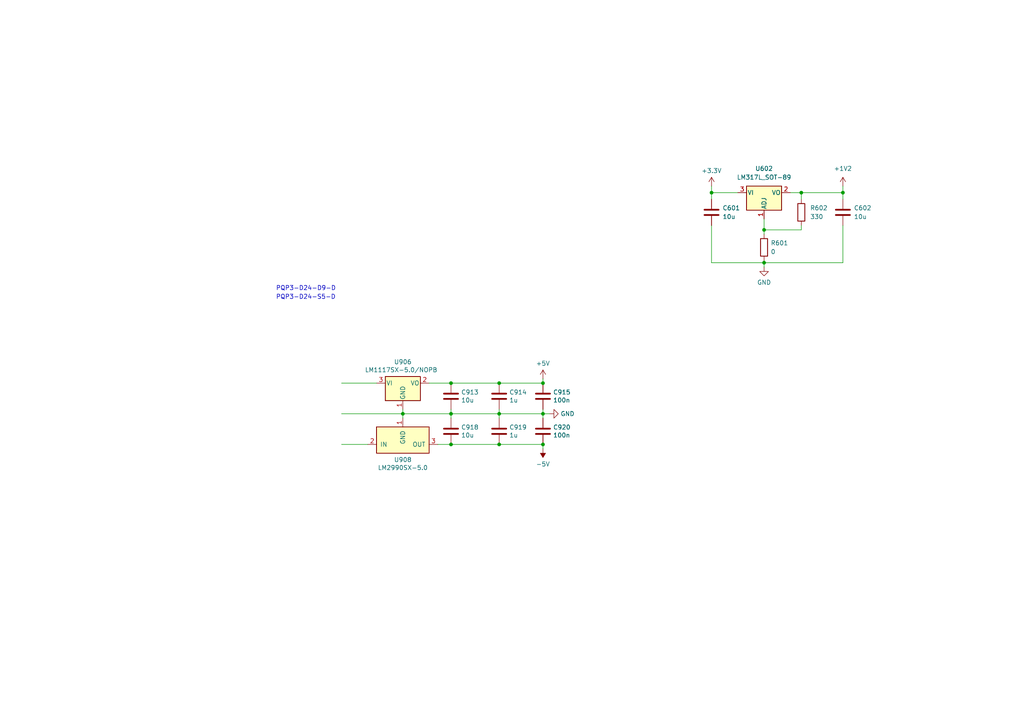
<source format=kicad_sch>
(kicad_sch (version 20230121) (generator eeschema)
  (paper "A4")
  (lib_symbols
    (symbol "Device:C" (pin_numbers hide) (pin_names (offset 0.254))
      (property "Reference" "C" (at 0.635 2.54 0))
      (property "Value" "C" (at 0.635 -2.54 0))
      (symbol "C_0_1"
        (polyline (pts (xy -2.032 -0.762) (xy 2.032 -0.762)) (stroke (width 0.508)))
        (polyline (pts (xy -2.032 0.762) (xy 2.032 0.762)) (stroke (width 0.508)))
      )
      (symbol "C_1_1"
        (pin passive line (at 0 3.81 270) (length 2.794) (name "~") (number "1"))
        (pin passive line (at 0 -3.81 90) (length 2.794) (name "~") (number "2"))
      )
    )
    (symbol "Device:R" (pin_numbers hide) (pin_names (offset 0))
      (property "Reference" "R" (at 2.032 0 90))
      (property "Value" "R" (at 0 0 90))
      (symbol "R_0_1"
        (rectangle (start -1.016 -2.54) (end 1.016 2.54) (stroke (width 0.254)))
      )
      (symbol "R_1_1"
        (pin passive line (at 0 3.81 270) (length 1.27) (name "~") (number "1"))
        (pin passive line (at 0 -3.81 90) (length 1.27) (name "~") (number "2"))
      )
    )
    (symbol "Regulator_Linear:LM2990SX-5.0" (pin_names (offset 1.016))
      (property "Reference" "U" (at -7.874 4.064 0))
      (property "Value" "LM2990SX-5.0" (at -3.048 4.064 0))
      (symbol "LM2990SX-5.0_0_1"
        (rectangle (start -7.62 2.54) (end 7.62 -5.08) (stroke (width 0.254)) (fill (type background)))
      )
      (symbol "LM2990SX-5.0_1_1"
        (pin power_in line (at 0 -7.62 90) (length 2.54) (name "GND") (number "1"))
        (pin power_in line (at -10.16 0 0) (length 2.54) (name "IN") (number "2"))
        (pin power_out line (at 10.16 0 180) (length 2.54) (name "OUT") (number "3"))
      )
    )
    (symbol "Regulator_Linear:LM317L_SOT-89" (pin_names (offset 0.254))
      (property "Reference" "U" (at -3.81 3.175 0))
      (property "Value" "LM317L_SOT-89" (at 0 3.175 0))
      (symbol "LM317L_SOT-89_0_1"
        (rectangle (start -5.08 1.905) (end 5.08 -5.08) (stroke (width 0.254)) (fill (type background)))
      )
      (symbol "LM317L_SOT-89_1_1"
        (pin input line (at 0 -7.62 90) (length 2.54) (name "ADJ") (number "1"))
        (pin power_out line (at 7.62 0 180) (length 2.54) (name "VO") (number "2"))
        (pin power_in line (at -7.62 0 0) (length 2.54) (name "VI") (number "3"))
      )
    )
    (symbol "Regulator_Linear:TLV1117-50" (pin_names (offset 0.254))
      (property "Reference" "U" (at -3.81 3.175 0))
      (property "Value" "TLV1117-50" (at 0 3.175 0))
      (symbol "TLV1117-50_0_1"
        (rectangle (start -5.08 -5.08) (end 5.08 1.905) (stroke (width 0.254)) (fill (type background)))
      )
      (symbol "TLV1117-50_1_1"
        (pin power_in line (at 0 -7.62 90) (length 2.54) (name "GND") (number "1"))
        (pin power_out line (at 7.62 0 180) (length 2.54) (name "VO") (number "2"))
        (pin power_in line (at -7.62 0 0) (length 2.54) (name "VI") (number "3"))
      )
    )
    (symbol "power:+1V2" (power) (pin_names (offset 0))
      (property "Value" "+1V2" (at 0 3.556 0))
      (symbol "+1V2_0_1"
        (polyline (pts (xy -0.762 1.27) (xy 0 2.54)))
        (polyline (pts (xy 0 0) (xy 0 2.54)))
        (polyline (pts (xy 0 2.54) (xy 0.762 1.27)))
      )
      (symbol "+1V2_1_1"
        (pin power_in line (at 0 0 90) (length 0) hide (name "+1V2") (number "1"))
      )
    )
    (symbol "power:+3.3V" (power) (pin_names (offset 0))
      (property "Value" "+3.3V" (at 0 3.556 0))
      (symbol "+3.3V_0_1"
        (polyline (pts (xy -0.762 1.27) (xy 0 2.54)))
        (polyline (pts (xy 0 0) (xy 0 2.54)))
        (polyline (pts (xy 0 2.54) (xy 0.762 1.27)))
      )
      (symbol "+3.3V_1_1"
        (pin power_in line (at 0 0 90) (length 0) hide (name "+3.3V") (number "1"))
      )
    )
    (symbol "power:+5V" (power) (pin_names (offset 0))
      (property "Value" "+5V" (at 0 3.556 0))
      (symbol "+5V_0_1"
        (polyline (pts (xy -0.762 1.27) (xy 0 2.54)))
        (polyline (pts (xy 0 0) (xy 0 2.54)))
        (polyline (pts (xy 0 2.54) (xy 0.762 1.27)))
      )
      (symbol "+5V_1_1"
        (pin power_in line (at 0 0 90) (length 0) hide (name "+5V") (number "1"))
      )
    )
    (symbol "power:-5V" (power) (pin_names (offset 0))
      (property "Value" "-5V" (at 0 3.81 0))
      (symbol "-5V_0_0"
        (pin power_in line (at 0 0 90) (length 0) hide (name "-5V") (number "1"))
      )
      (symbol "-5V_0_1"
        (polyline (pts (xy 0 0) (xy 0 1.27) (xy 0.762 1.27) (xy 0 2.54) (xy -0.762 1.27) (xy 0 1.27)) (fill (type outline)))
      )
    )
    (symbol "power:GND" (power) (pin_names (offset 0))
      (property "Value" "GND" (at 0 -3.81 0))
      (symbol "GND_0_1"
        (polyline (pts (xy 0 0) (xy 0 -1.27) (xy 1.27 -1.27) (xy 0 -2.54) (xy -1.27 -1.27) (xy 0 -1.27)))
      )
      (symbol "GND_1_1"
        (pin power_in line (at 0 0 270) (length 0) hide (name "GND") (number "1"))
      )
    )
  )
  (junction (at 157.48 120.015))
  (junction (at 130.81 111.125))
  (junction (at 144.78 128.905))
  (junction (at 130.81 128.905))
  (junction (at 244.475 55.88))
  (junction (at 232.41 55.88))
  (junction (at 116.84 120.015))
  (junction (at 206.375 55.88))
  (junction (at 144.78 120.015))
  (junction (at 157.48 128.905))
  (junction (at 221.615 76.2))
  (junction (at 157.48 111.125))
  (junction (at 144.78 111.125))
  (junction (at 221.615 66.675))
  (junction (at 130.81 120.015))
  (wire (pts (xy 130.81 120.015) (xy 130.81 121.285)))
  (wire (pts (xy 232.41 57.785) (xy 232.41 55.88)))
  (wire (pts (xy 157.48 120.015) (xy 159.385 120.015)))
  (wire (pts (xy 144.78 121.285) (xy 144.78 120.015)))
  (wire (pts (xy 157.48 109.855) (xy 157.48 111.125)))
  (wire (pts (xy 221.615 66.675) (xy 221.615 67.945)))
  (wire (pts (xy 130.81 111.125) (xy 144.78 111.125)))
  (wire (pts (xy 232.41 66.675) (xy 221.615 66.675)))
  (wire (pts (xy 116.84 118.745) (xy 116.84 120.015)))
  (wire (pts (xy 206.375 76.2) (xy 221.615 76.2)))
  (wire (pts (xy 157.48 120.015) (xy 144.78 120.015)))
  (wire (pts (xy 130.81 120.015) (xy 130.81 118.745)))
  (wire (pts (xy 232.41 55.88) (xy 229.235 55.88)))
  (wire (pts (xy 244.475 55.88) (xy 232.41 55.88)))
  (wire (pts (xy 130.81 128.905) (xy 127 128.905)))
  (wire (pts (xy 206.375 55.88) (xy 213.995 55.88)))
  (wire (pts (xy 99.06 111.125) (xy 109.22 111.125)))
  (wire (pts (xy 106.68 128.905) (xy 99.06 128.905)))
  (wire (pts (xy 244.475 53.975) (xy 244.475 55.88)))
  (wire (pts (xy 144.78 111.125) (xy 157.48 111.125)))
  (wire (pts (xy 157.48 130.175) (xy 157.48 128.905)))
  (wire (pts (xy 244.475 57.785) (xy 244.475 55.88)))
  (wire (pts (xy 206.375 57.785) (xy 206.375 55.88)))
  (wire (pts (xy 221.615 76.2) (xy 244.475 76.2)))
  (wire (pts (xy 144.78 120.015) (xy 130.81 120.015)))
  (wire (pts (xy 157.48 121.285) (xy 157.48 120.015)))
  (wire (pts (xy 130.81 128.905) (xy 144.78 128.905)))
  (wire (pts (xy 144.78 128.905) (xy 157.48 128.905)))
  (wire (pts (xy 157.48 118.745) (xy 157.48 120.015)))
  (wire (pts (xy 116.84 121.285) (xy 116.84 120.015)))
  (wire (pts (xy 244.475 76.2) (xy 244.475 65.405)))
  (wire (pts (xy 144.78 118.745) (xy 144.78 120.015)))
  (wire (pts (xy 206.375 65.405) (xy 206.375 76.2)))
  (wire (pts (xy 221.615 66.675) (xy 221.615 63.5)))
  (wire (pts (xy 116.84 120.015) (xy 130.81 120.015)))
  (wire (pts (xy 206.375 53.975) (xy 206.375 55.88)))
  (wire (pts (xy 221.615 76.2) (xy 221.615 77.47)))
  (wire (pts (xy 124.46 111.125) (xy 130.81 111.125)))
  (wire (pts (xy 99.06 120.015) (xy 116.84 120.015)))
  (wire (pts (xy 221.615 75.565) (xy 221.615 76.2)))
  (wire (pts (xy 232.41 65.405) (xy 232.41 66.675)))
  (text "PQP3-D24-D9-D" (at 80.01 84.455 0) (effects (font (size 1.27 1.27)) (justify left bottom)))
  (text "PQP3-D24-S5-D" (at 80.01 86.995 0) (effects (font (size 1.27 1.27)) (justify left bottom)))
  (symbol (lib_id "power:+5V") (at 157.48 109.855 0) (unit 1)
    (property "Reference" "#PWR0704" (effects hide))
    (property "Value" "+5V" (at 157.48 105.41 0))
  )
  (symbol (lib_id "power:+3.3V") (at 206.375 53.975 0) (unit 1)
    (property "Reference" "#PWR0606" (effects hide))
    (property "Value" "+3.3V" (at 206.375 49.53 0))
    (instances (project "ETH2CDSO1B" (path "" (reference "#PWR0606") (unit 1)) (path "" (reference "#PWR0701") (unit 1))))
  )
  (symbol (lib_id "Device:C") (at 157.48 125.095 0) (unit 1)
    (property "Reference" "C920" (at 160.401 123.9266 0) (effects (justify left)))
    (property "Value" "100n" (at 160.401 126.238 0) (effects (justify left)))
    (property "Footprint" "Capacitor_SMD:C_1206_3216Metric_Pad1.33x1.80mm_HandSolder" (effects hide))
    (instances (project "ETH1CLCR2" (path "" (reference "C920") (unit 1))) (project "ETH2CDSO1B" (path "" (reference "C?") (unit 1))))
  )
  (symbol (lib_id "Device:C") (at 130.81 114.935 0) (unit 1)
    (property "Reference" "C913" (at 133.731 113.7666 0) (effects (justify left)))
    (property "Value" "10u" (at 133.731 116.078 0) (effects (justify left)))
    (property "Footprint" "Capacitor_SMD:C_1206_3216Metric_Pad1.33x1.80mm_HandSolder" (effects hide))
    (instances (project "ETH1CLCR2" (path "" (reference "C913") (unit 1))) (project "ETH2CDSO1B" (path "" (reference "C?") (unit 1))))
  )
  (symbol (lib_id "Device:C") (at 244.475 61.595 0) (unit 1)
    (property "Reference" "C602" (at 247.65 60.325 0) (effects (justify left)))
    (property "Value" "10u" (at 247.65 62.865 0) (effects (justify left)))
    (instances (project "ETH2CDSO1B" (path "" (reference "C602") (unit 1)) (path "" (reference "C702") (unit 1))))
  )
  (symbol (lib_id "Device:C") (at 144.78 125.095 0) (unit 1)
    (property "Reference" "C919" (at 147.701 123.9266 0) (effects (justify left)))
    (property "Value" "1u" (at 147.701 126.238 0) (effects (justify left)))
    (property "Footprint" "Capacitor_SMD:C_1206_3216Metric_Pad1.33x1.80mm_HandSolder" (effects hide))
    (instances (project "ETH1CLCR2" (path "" (reference "C919") (unit 1))) (project "ETH2CDSO1B" (path "" (reference "C?") (unit 1))))
  )
  (symbol (lib_id "Device:C") (at 157.48 114.935 0) (unit 1)
    (property "Reference" "C915" (at 160.401 113.7666 0) (effects (justify left)))
    (property "Value" "100n" (at 160.401 116.078 0) (effects (justify left)))
    (property "Footprint" "Capacitor_SMD:C_1206_3216Metric_Pad1.33x1.80mm_HandSolder" (effects hide))
    (instances (project "ETH1CLCR2" (path "" (reference "C915") (unit 1))) (project "ETH2CDSO1B" (path "" (reference "C?") (unit 1))))
  )
  (symbol (lib_id "Device:C") (at 144.78 114.935 0) (unit 1)
    (property "Reference" "C914" (at 147.701 113.7666 0) (effects (justify left)))
    (property "Value" "1u" (at 147.701 116.078 0) (effects (justify left)))
    (property "Footprint" "Capacitor_SMD:C_1206_3216Metric_Pad1.33x1.80mm_HandSolder" (effects hide))
    (instances (project "ETH1CLCR2" (path "" (reference "C914") (unit 1))) (project "ETH2CDSO1B" (path "" (reference "C?") (unit 1))))
  )
  (symbol (lib_id "Regulator_Linear:LM2990SX-5.0") (at 116.84 128.905 0) (mirror x) (unit 1)
    (property "Reference" "U908" (at 116.84 133.35 0))
    (property "Value" "LM2990SX-5.0" (at 116.84 135.6614 0))
    (property "Footprint" "Package_TO_SOT_SMD:TO-263-3_TabPin2" (effects hide))
    (property "Datasheet" "http://www.ti.com/lit/ds/symlink/lm2990.pdf" (effects hide))
    (instances (project "ETH1CLCR2" (path "" (reference "U908") (unit 1))) (project "ETH2CDSO1B" (path "" (reference "U?") (unit 1))))
  )
  (symbol (lib_id "Device:R") (at 232.41 61.595 0) (unit 1)
    (property "Reference" "R602" (at 234.95 60.325 0) (effects (justify left)))
    (property "Value" "330" (at 234.95 62.865 0) (effects (justify left)))
    (instances (project "ETH2CDSO1B" (path "" (reference "R602") (unit 1)) (path "" (reference "R702") (unit 1))))
  )
  (symbol (lib_id "power:GND") (at 159.385 120.015 90) (unit 1)
    (property "Reference" "#PWR0706" (effects hide))
    (property "Value" "GND" (at 162.56 120.015 90) (effects (justify right)))
  )
  (symbol (lib_id "Regulator_Linear:LM317L_SOT-89") (at 221.615 55.88 0) (unit 1)
    (property "Reference" "U602" (at 221.615 48.895 0))
    (property "Value" "LM317L_SOT-89" (at 221.615 51.435 0))
    (property "Footprint" "Package_TO_SOT_SMD:SOT-89-3" (effects hide))
    (property "Datasheet" "http://www.ti.com/lit/ds/symlink/lm317l.pdf" (effects hide))
    (instances (project "ETH2CDSO1B" (path "" (reference "U602") (unit 1)) (path "" (reference "U701") (unit 1))))
  )
  (symbol (lib_id "Regulator_Linear:TLV1117-50") (at 116.84 111.125 0) (unit 1)
    (property "Reference" "U906" (at 116.84 104.9782 0))
    (property "Value" "LM1117SX-5.0/NOPB " (at 116.84 107.2896 0))
    (property "Footprint" "Package_TO_SOT_SMD:TO-263-3_TabPin2" (effects hide))
    (property "Datasheet" "http://www.ti.com/lit/ds/symlink/tlv1117.pdf" (effects hide))
    (instances (project "ETH1CLCR2" (path "" (reference "U906") (unit 1))) (project "ETH2CDSO1B" (path "" (reference "U?") (unit 1))))
  )
  (symbol (lib_id "Device:C") (at 130.81 125.095 0) (unit 1)
    (property "Reference" "C918" (at 133.731 123.9266 0) (effects (justify left)))
    (property "Value" "10u" (at 133.731 126.238 0) (effects (justify left)))
    (property "Footprint" "Capacitor_SMD:C_1206_3216Metric_Pad1.33x1.80mm_HandSolder" (effects hide))
    (instances (project "ETH1CLCR2" (path "" (reference "C918") (unit 1))) (project "ETH2CDSO1B" (path "" (reference "C?") (unit 1))))
  )
  (symbol (lib_id "power:+1V2") (at 244.475 53.975 0) (unit 1)
    (property "Reference" "#PWR0605" (effects hide))
    (property "Value" "+1V2" (at 244.475 48.895 0))
    (instances (project "ETH2CDSO1B" (path "" (reference "#PWR0605") (unit 1)) (path "" (reference "#PWR0703") (unit 1))))
  )
  (symbol (lib_id "Device:C") (at 206.375 61.595 0) (unit 1)
    (property "Reference" "C601" (at 209.55 60.325 0) (effects (justify left)))
    (property "Value" "10u" (at 209.55 62.865 0) (effects (justify left)))
    (instances (project "ETH2CDSO1B" (path "" (reference "C601") (unit 1)) (path "" (reference "C701") (unit 1))))
  )
  (symbol (lib_id "power:GND") (at 221.615 77.47 0) (mirror y) (unit 1)
    (property "Reference" "#PWR0604" (effects hide))
    (property "Value" "GND" (at 221.615 81.915 0))
    (instances (project "ETH2CDSO1B" (path "" (reference "#PWR0604") (unit 1)) (path "" (reference "#PWR0702") (unit 1))))
  )
  (symbol (lib_id "power:-5V") (at 157.48 130.175 180) (unit 1)
    (property "Reference" "#PWR0705" (effects hide))
    (property "Value" "-5V" (at 157.48 134.62 0))
  )
  (symbol (lib_id "Device:R") (at 221.615 71.755 0) (unit 1)
    (property "Reference" "R601" (at 223.52 70.485 0) (effects (justify left)))
    (property "Value" "0" (at 223.52 73.025 0) (effects (justify left)))
    (instances (project "ETH2CDSO1B" (path "" (reference "R601") (unit 1)) (path "" (reference "R701") (unit 1))))
  )
)
</source>
